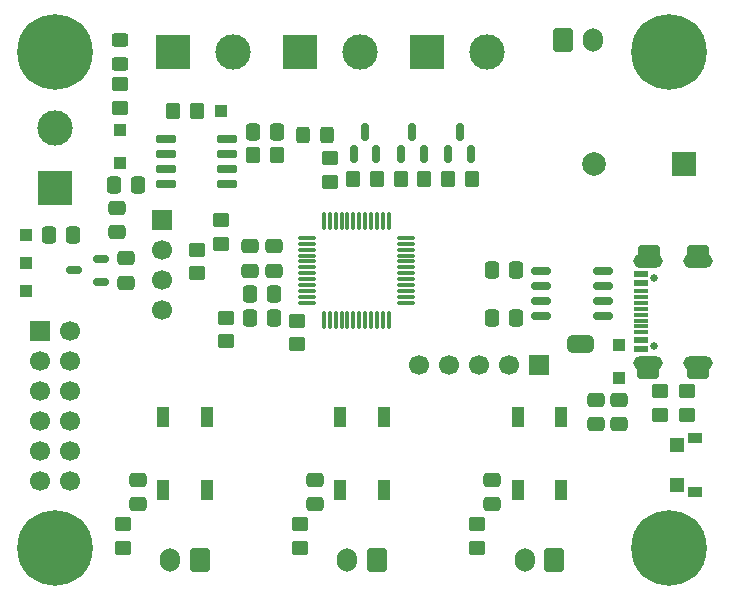
<source format=gbr>
%TF.GenerationSoftware,KiCad,Pcbnew,9.0.3*%
%TF.CreationDate,2025-07-30T10:18:58+02:00*%
%TF.ProjectId,Filament dryer oven control board,46696c61-6d65-46e7-9420-647279657220,1.0*%
%TF.SameCoordinates,Original*%
%TF.FileFunction,Soldermask,Top*%
%TF.FilePolarity,Negative*%
%FSLAX46Y46*%
G04 Gerber Fmt 4.6, Leading zero omitted, Abs format (unit mm)*
G04 Created by KiCad (PCBNEW 9.0.3) date 2025-07-30 10:18:58*
%MOMM*%
%LPD*%
G01*
G04 APERTURE LIST*
G04 Aperture macros list*
%AMRoundRect*
0 Rectangle with rounded corners*
0 $1 Rounding radius*
0 $2 $3 $4 $5 $6 $7 $8 $9 X,Y pos of 4 corners*
0 Add a 4 corners polygon primitive as box body*
4,1,4,$2,$3,$4,$5,$6,$7,$8,$9,$2,$3,0*
0 Add four circle primitives for the rounded corners*
1,1,$1+$1,$2,$3*
1,1,$1+$1,$4,$5*
1,1,$1+$1,$6,$7*
1,1,$1+$1,$8,$9*
0 Add four rect primitives between the rounded corners*
20,1,$1+$1,$2,$3,$4,$5,0*
20,1,$1+$1,$4,$5,$6,$7,0*
20,1,$1+$1,$6,$7,$8,$9,0*
20,1,$1+$1,$8,$9,$2,$3,0*%
%AMFreePoly0*
4,1,23,0.500000,-0.750000,0.000000,-0.750000,0.000000,-0.745722,-0.065263,-0.745722,-0.191342,-0.711940,-0.304381,-0.646677,-0.396677,-0.554381,-0.461940,-0.441342,-0.495722,-0.315263,-0.495722,-0.250000,-0.500000,-0.250000,-0.500000,0.250000,-0.495722,0.250000,-0.495722,0.315263,-0.461940,0.441342,-0.396677,0.554381,-0.304381,0.646677,-0.191342,0.711940,-0.065263,0.745722,0.000000,0.745722,
0.000000,0.750000,0.500000,0.750000,0.500000,-0.750000,0.500000,-0.750000,$1*%
%AMFreePoly1*
4,1,23,0.000000,0.745722,0.065263,0.745722,0.191342,0.711940,0.304381,0.646677,0.396677,0.554381,0.461940,0.441342,0.495722,0.315263,0.495722,0.250000,0.500000,0.250000,0.500000,-0.250000,0.495722,-0.250000,0.495722,-0.315263,0.461940,-0.441342,0.396677,-0.554381,0.304381,-0.646677,0.191342,-0.711940,0.065263,-0.745722,0.000000,-0.745722,0.000000,-0.750000,-0.500000,-0.750000,
-0.500000,0.750000,0.000000,0.750000,0.000000,0.745722,0.000000,0.745722,$1*%
G04 Aperture macros list end*
%ADD10C,0.650000*%
%ADD11R,1.150000X0.600000*%
%ADD12R,1.150000X0.300000*%
%ADD13RoundRect,0.250000X0.687500X0.250000X-0.687500X0.250000X-0.687500X-0.250000X0.687500X-0.250000X0*%
%ADD14O,2.500000X1.250000*%
%ADD15C,0.800000*%
%ADD16C,6.400000*%
%ADD17RoundRect,0.250000X0.337500X0.475000X-0.337500X0.475000X-0.337500X-0.475000X0.337500X-0.475000X0*%
%ADD18RoundRect,0.250000X-0.450000X0.350000X-0.450000X-0.350000X0.450000X-0.350000X0.450000X0.350000X0*%
%ADD19R,1.000000X1.000000*%
%ADD20R,1.700000X1.700000*%
%ADD21C,1.700000*%
%ADD22R,1.300000X1.200000*%
%ADD23R,1.200000X0.900000*%
%ADD24RoundRect,0.150000X0.150000X-0.587500X0.150000X0.587500X-0.150000X0.587500X-0.150000X-0.587500X0*%
%ADD25RoundRect,0.250000X0.300000X-0.300000X0.300000X0.300000X-0.300000X0.300000X-0.300000X-0.300000X0*%
%ADD26RoundRect,0.250000X0.450000X-0.350000X0.450000X0.350000X-0.450000X0.350000X-0.450000X-0.350000X0*%
%ADD27RoundRect,0.150000X0.512500X0.150000X-0.512500X0.150000X-0.512500X-0.150000X0.512500X-0.150000X0*%
%ADD28R,3.000000X3.000000*%
%ADD29C,3.000000*%
%ADD30RoundRect,0.250000X0.325000X0.450000X-0.325000X0.450000X-0.325000X-0.450000X0.325000X-0.450000X0*%
%ADD31R,2.000000X2.000000*%
%ADD32C,2.000000*%
%ADD33RoundRect,0.250000X-0.475000X0.337500X-0.475000X-0.337500X0.475000X-0.337500X0.475000X0.337500X0*%
%ADD34RoundRect,0.250000X0.350000X0.450000X-0.350000X0.450000X-0.350000X-0.450000X0.350000X-0.450000X0*%
%ADD35R,1.100000X1.800000*%
%ADD36RoundRect,0.250000X-0.337500X-0.475000X0.337500X-0.475000X0.337500X0.475000X-0.337500X0.475000X0*%
%ADD37RoundRect,0.250000X0.600000X0.750000X-0.600000X0.750000X-0.600000X-0.750000X0.600000X-0.750000X0*%
%ADD38O,1.700000X2.000000*%
%ADD39RoundRect,0.250000X-0.450000X0.325000X-0.450000X-0.325000X0.450000X-0.325000X0.450000X0.325000X0*%
%ADD40RoundRect,0.250000X-0.600000X-0.750000X0.600000X-0.750000X0.600000X0.750000X-0.600000X0.750000X0*%
%ADD41RoundRect,0.250000X-0.350000X-0.450000X0.350000X-0.450000X0.350000X0.450000X-0.350000X0.450000X0*%
%ADD42RoundRect,0.250000X0.475000X-0.337500X0.475000X0.337500X-0.475000X0.337500X-0.475000X-0.337500X0*%
%ADD43RoundRect,0.150000X0.675000X0.150000X-0.675000X0.150000X-0.675000X-0.150000X0.675000X-0.150000X0*%
%ADD44RoundRect,0.150000X-0.725000X-0.150000X0.725000X-0.150000X0.725000X0.150000X-0.725000X0.150000X0*%
%ADD45RoundRect,0.075000X-0.662500X-0.075000X0.662500X-0.075000X0.662500X0.075000X-0.662500X0.075000X0*%
%ADD46RoundRect,0.075000X-0.075000X-0.662500X0.075000X-0.662500X0.075000X0.662500X-0.075000X0.662500X0*%
%ADD47FreePoly0,0.000000*%
%ADD48FreePoly1,0.000000*%
G04 APERTURE END LIST*
%TO.C,JP1*%
G36*
X148350000Y-78000000D02*
G01*
X148650000Y-78000000D01*
X148650000Y-79500000D01*
X148350000Y-79500000D01*
X148350000Y-78000000D01*
G37*
%TD*%
D10*
%TO.C,J1*%
X154707500Y-78890000D03*
X154707500Y-73110000D03*
D11*
X153632500Y-79200000D03*
X153632500Y-78400000D03*
D12*
X153632500Y-77750000D03*
X153632500Y-77250000D03*
X153632500Y-76750000D03*
X153632500Y-76250000D03*
X153632500Y-75750000D03*
X153632500Y-75250000D03*
X153632500Y-74750000D03*
X153632500Y-74250000D03*
D11*
X153632500Y-73600000D03*
X153632500Y-72800000D03*
D13*
X154187500Y-81150000D03*
X158437500Y-81150000D03*
D14*
X154207500Y-80320000D03*
X158387500Y-80320000D03*
X154207500Y-71680000D03*
X158387500Y-71680000D03*
D13*
X154237500Y-70850000D03*
X158387500Y-70850000D03*
%TD*%
D15*
%TO.C,H2*%
X153600000Y-54000000D03*
X154302944Y-52302944D03*
X154302944Y-55697056D03*
X156000000Y-51600000D03*
D16*
X156000000Y-54000000D03*
D15*
X156000000Y-56400000D03*
X157697056Y-52302944D03*
X157697056Y-55697056D03*
X158400000Y-54000000D03*
%TD*%
D17*
%TO.C,C8*%
X105537500Y-69500000D03*
X103462500Y-69500000D03*
%TD*%
D18*
%TO.C,R14*%
X118500000Y-76500000D03*
X118500000Y-78500000D03*
%TD*%
D19*
%TO.C,TP1*%
X118000000Y-59000000D03*
%TD*%
D18*
%TO.C,R13*%
X124500000Y-76750000D03*
X124500000Y-78750000D03*
%TD*%
D20*
%TO.C,J2*%
X145000000Y-80500000D03*
D21*
X142460000Y-80500000D03*
X139920000Y-80500000D03*
X137380000Y-80500000D03*
X134840000Y-80500000D03*
%TD*%
D15*
%TO.C,H3*%
X153600000Y-96000000D03*
X154302944Y-94302944D03*
X154302944Y-97697056D03*
X156000000Y-93600000D03*
D16*
X156000000Y-96000000D03*
D15*
X156000000Y-98400000D03*
X157697056Y-94302944D03*
X157697056Y-97697056D03*
X158400000Y-96000000D03*
%TD*%
D22*
%TO.C,SW1*%
X156656500Y-87325000D03*
X156656500Y-90675000D03*
D23*
X158206500Y-86700000D03*
X158206500Y-91300000D03*
%TD*%
D17*
%TO.C,C7*%
X143037500Y-76500000D03*
X140962500Y-76500000D03*
%TD*%
D24*
%TO.C,Q3*%
X133300000Y-62687500D03*
X135200000Y-62687500D03*
X134250000Y-60812500D03*
%TD*%
D25*
%TO.C,D3*%
X109500000Y-63400000D03*
X109500000Y-60600000D03*
%TD*%
D26*
%TO.C,R11*%
X124750000Y-96000000D03*
X124750000Y-94000000D03*
%TD*%
%TO.C,R16*%
X109500000Y-58750000D03*
X109500000Y-56750000D03*
%TD*%
D27*
%TO.C,U3*%
X107887500Y-73450000D03*
X107887500Y-71550000D03*
X105612500Y-72500000D03*
%TD*%
D18*
%TO.C,R2*%
X157500000Y-82750000D03*
X157500000Y-84750000D03*
%TD*%
D20*
%TO.C,J10*%
X102725000Y-77650000D03*
D21*
X105265000Y-77650000D03*
X102725000Y-80190000D03*
X105265000Y-80190000D03*
X102725000Y-82730000D03*
X105265000Y-82730000D03*
X102725000Y-85270000D03*
X105265000Y-85270000D03*
X102725000Y-87810000D03*
X105265000Y-87810000D03*
X102725000Y-90350000D03*
X105265000Y-90350000D03*
%TD*%
D17*
%TO.C,C1*%
X122537500Y-74500000D03*
X120462500Y-74500000D03*
%TD*%
D15*
%TO.C,H4*%
X101600000Y-96000000D03*
X102302944Y-94302944D03*
X102302944Y-97697056D03*
X104000000Y-93600000D03*
D16*
X104000000Y-96000000D03*
D15*
X104000000Y-98400000D03*
X105697056Y-94302944D03*
X105697056Y-97697056D03*
X106400000Y-96000000D03*
%TD*%
%TO.C,H1*%
X101600000Y-54000000D03*
X102302944Y-52302944D03*
X102302944Y-55697056D03*
X104000000Y-51600000D03*
D16*
X104000000Y-54000000D03*
D15*
X104000000Y-56400000D03*
X105697056Y-52302944D03*
X105697056Y-55697056D03*
X106400000Y-54000000D03*
%TD*%
D28*
%TO.C,J5*%
X124750000Y-54000000D03*
D29*
X129830000Y-54000000D03*
%TD*%
D30*
%TO.C,D1*%
X127025000Y-61000000D03*
X124975000Y-61000000D03*
%TD*%
D20*
%TO.C,U5*%
X113025000Y-68200000D03*
D21*
X113025000Y-70740000D03*
X113025000Y-73280000D03*
X113025000Y-75820000D03*
%TD*%
D19*
%TO.C,TP3*%
X101500000Y-69500000D03*
%TD*%
D31*
%TO.C,BZ1*%
X157250000Y-63500000D03*
D32*
X149650000Y-63500000D03*
%TD*%
D33*
%TO.C,C5*%
X120500000Y-70462500D03*
X120500000Y-72537500D03*
%TD*%
D24*
%TO.C,Q2*%
X129300000Y-62687500D03*
X131200000Y-62687500D03*
X130250000Y-60812500D03*
%TD*%
D34*
%TO.C,R9*%
X135250000Y-64750000D03*
X133250000Y-64750000D03*
%TD*%
D18*
%TO.C,R3*%
X155250000Y-82750000D03*
X155250000Y-84750000D03*
%TD*%
D33*
%TO.C,C2*%
X151750000Y-83462500D03*
X151750000Y-85537500D03*
%TD*%
D26*
%TO.C,R5*%
X118000000Y-70250000D03*
X118000000Y-68250000D03*
%TD*%
D35*
%TO.C,SW2*%
X113150000Y-91100000D03*
X113150000Y-84900000D03*
X116850000Y-91100000D03*
X116850000Y-84900000D03*
%TD*%
D36*
%TO.C,C15*%
X120712500Y-60750000D03*
X122787500Y-60750000D03*
%TD*%
D37*
%TO.C,J8*%
X131250000Y-97025000D03*
D38*
X128750000Y-97025000D03*
%TD*%
D37*
%TO.C,J7*%
X116250000Y-97025000D03*
D38*
X113750000Y-97025000D03*
%TD*%
D39*
%TO.C,D4*%
X109500000Y-52975000D03*
X109500000Y-55025000D03*
%TD*%
D35*
%TO.C,SW4*%
X143150000Y-91100000D03*
X143150000Y-84900000D03*
X146850000Y-91100000D03*
X146850000Y-84900000D03*
%TD*%
D33*
%TO.C,C3*%
X122500000Y-70462500D03*
X122500000Y-72537500D03*
%TD*%
D40*
%TO.C,J11*%
X147000000Y-52975000D03*
D38*
X149500000Y-52975000D03*
%TD*%
D41*
%TO.C,R15*%
X120750000Y-62750000D03*
X122750000Y-62750000D03*
%TD*%
D26*
%TO.C,R6*%
X116000000Y-72750000D03*
X116000000Y-70750000D03*
%TD*%
D28*
%TO.C,J4*%
X104000000Y-65540000D03*
D29*
X104000000Y-60460000D03*
%TD*%
D19*
%TO.C,TP4*%
X101500000Y-74250000D03*
%TD*%
D33*
%TO.C,C11*%
X109250000Y-67212500D03*
X109250000Y-69287500D03*
%TD*%
D42*
%TO.C,C14*%
X141000000Y-92287500D03*
X141000000Y-90212500D03*
%TD*%
D26*
%TO.C,R12*%
X139750000Y-96000000D03*
X139750000Y-94000000D03*
%TD*%
D17*
%TO.C,C16*%
X122537500Y-76500000D03*
X120462500Y-76500000D03*
%TD*%
D35*
%TO.C,SW3*%
X128150000Y-91100000D03*
X128150000Y-84900000D03*
X131850000Y-91100000D03*
X131850000Y-84900000D03*
%TD*%
D33*
%TO.C,C10*%
X110000000Y-71462500D03*
X110000000Y-73537500D03*
%TD*%
D28*
%TO.C,J6*%
X135500000Y-54000000D03*
D29*
X140580000Y-54000000D03*
%TD*%
D25*
%TO.C,D2*%
X151750000Y-81650000D03*
X151750000Y-78850000D03*
%TD*%
D34*
%TO.C,R4*%
X116000000Y-59000000D03*
X114000000Y-59000000D03*
%TD*%
D43*
%TO.C,U2*%
X150375000Y-76405000D03*
X150375000Y-75135000D03*
X150375000Y-73865000D03*
X150375000Y-72595000D03*
X145125000Y-72595000D03*
X145125000Y-73865000D03*
X145125000Y-75135000D03*
X145125000Y-76405000D03*
%TD*%
D36*
%TO.C,C9*%
X108962500Y-65250000D03*
X111037500Y-65250000D03*
%TD*%
D44*
%TO.C,U4*%
X113425000Y-61345000D03*
X113425000Y-62615000D03*
X113425000Y-63885000D03*
X113425000Y-65155000D03*
X118575000Y-65155000D03*
X118575000Y-63885000D03*
X118575000Y-62615000D03*
X118575000Y-61345000D03*
%TD*%
D19*
%TO.C,TP2*%
X101500000Y-71900000D03*
%TD*%
D42*
%TO.C,C12*%
X111000000Y-92287500D03*
X111000000Y-90212500D03*
%TD*%
D45*
%TO.C,U1*%
X125337500Y-69750000D03*
X125337500Y-70250000D03*
X125337500Y-70750000D03*
X125337500Y-71250000D03*
X125337500Y-71750000D03*
X125337500Y-72250000D03*
X125337500Y-72750000D03*
X125337500Y-73250000D03*
X125337500Y-73750000D03*
X125337500Y-74250000D03*
X125337500Y-74750000D03*
X125337500Y-75250000D03*
D46*
X126750000Y-76662500D03*
X127250000Y-76662500D03*
X127750000Y-76662500D03*
X128250000Y-76662500D03*
X128750000Y-76662500D03*
X129250000Y-76662500D03*
X129750000Y-76662500D03*
X130250000Y-76662500D03*
X130750000Y-76662500D03*
X131250000Y-76662500D03*
X131750000Y-76662500D03*
X132250000Y-76662500D03*
D45*
X133662500Y-75250000D03*
X133662500Y-74750000D03*
X133662500Y-74250000D03*
X133662500Y-73750000D03*
X133662500Y-73250000D03*
X133662500Y-72750000D03*
X133662500Y-72250000D03*
X133662500Y-71750000D03*
X133662500Y-71250000D03*
X133662500Y-70750000D03*
X133662500Y-70250000D03*
X133662500Y-69750000D03*
D46*
X132250000Y-68337500D03*
X131750000Y-68337500D03*
X131250000Y-68337500D03*
X130750000Y-68337500D03*
X130250000Y-68337500D03*
X129750000Y-68337500D03*
X129250000Y-68337500D03*
X128750000Y-68337500D03*
X128250000Y-68337500D03*
X127750000Y-68337500D03*
X127250000Y-68337500D03*
X126750000Y-68337500D03*
%TD*%
D17*
%TO.C,C6*%
X143037500Y-72500000D03*
X140962500Y-72500000D03*
%TD*%
D28*
%TO.C,J3*%
X114000000Y-54000000D03*
D29*
X119080000Y-54000000D03*
%TD*%
D47*
%TO.C,JP1*%
X147850000Y-78750000D03*
D48*
X149150000Y-78750000D03*
%TD*%
D34*
%TO.C,R7*%
X139250000Y-64750000D03*
X137250000Y-64750000D03*
%TD*%
%TO.C,R8*%
X131250000Y-64750000D03*
X129250000Y-64750000D03*
%TD*%
D42*
%TO.C,C13*%
X126000000Y-92287500D03*
X126000000Y-90212500D03*
%TD*%
D24*
%TO.C,Q1*%
X137300000Y-62687500D03*
X139200000Y-62687500D03*
X138250000Y-60812500D03*
%TD*%
D37*
%TO.C,J9*%
X146250000Y-97025000D03*
D38*
X143750000Y-97025000D03*
%TD*%
D26*
%TO.C,R1*%
X127250000Y-65000000D03*
X127250000Y-63000000D03*
%TD*%
%TO.C,R10*%
X109750000Y-96000000D03*
X109750000Y-94000000D03*
%TD*%
D33*
%TO.C,C4*%
X149750000Y-83462500D03*
X149750000Y-85537500D03*
%TD*%
M02*

</source>
